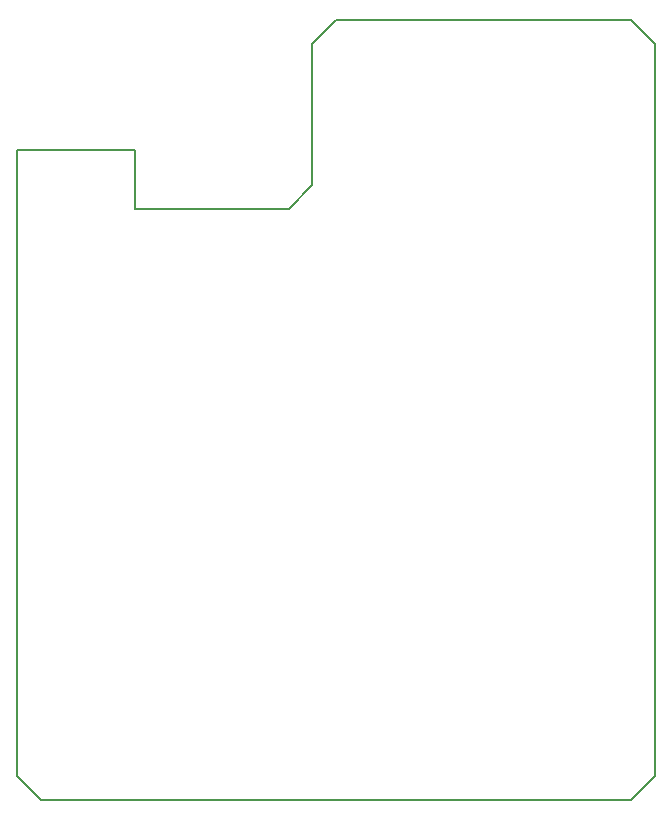
<source format=gbr>
G04 #@! TF.FileFunction,Profile,NP*
%FSLAX46Y46*%
G04 Gerber Fmt 4.6, Leading zero omitted, Abs format (unit mm)*
G04 Created by KiCad (PCBNEW 4.0.6-e0-6349~52~ubuntu16.10.1) date Mon May  8 18:47:24 2017*
%MOMM*%
%LPD*%
G01*
G04 APERTURE LIST*
%ADD10C,0.100000*%
%ADD11C,0.150000*%
G04 APERTURE END LIST*
D10*
D11*
X100000000Y-88000000D02*
X102000000Y-86000000D01*
X100000000Y-100000000D02*
X98000000Y-102000000D01*
X77000000Y-152000000D02*
X75000000Y-150000000D01*
X129000000Y-150000000D02*
X127000000Y-152000000D01*
X127000000Y-86000000D02*
X129000000Y-88000000D01*
X85000000Y-102000000D02*
X98000000Y-102000000D01*
X85000000Y-97000000D02*
X85000000Y-102000000D01*
X75000000Y-97000000D02*
X85000000Y-97000000D01*
X102000000Y-86000000D02*
X127000000Y-86000000D01*
X100000000Y-100000000D02*
X100000000Y-88000000D01*
X75000000Y-150000000D02*
X75000000Y-97000000D01*
X127000000Y-152000000D02*
X77000000Y-152000000D01*
X129000000Y-88000000D02*
X129000000Y-150000000D01*
M02*

</source>
